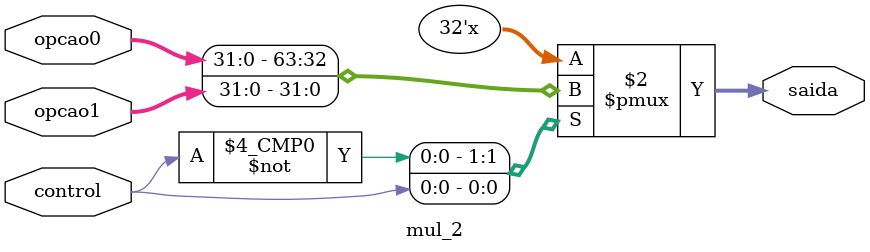
<source format=v>
module mul_2(
			input wire [31:0] opcao0,
			input wire [31:0] opcao1,
			input wire control,
			output wire [31:0] saida
			);
			
			always@(*) begin
				case(control)
					1'b0: saida = opcao0;
					1'b1: saida = opcao1;
				endcase
			end
			
endmodule
</source>
